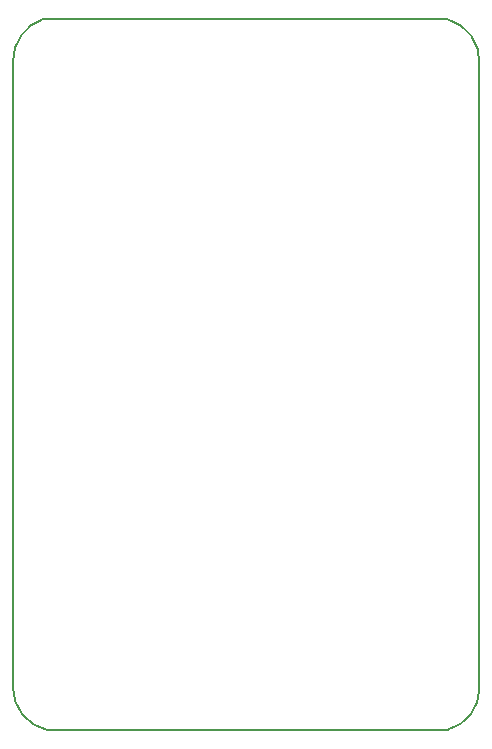
<source format=gbr>
%TF.GenerationSoftware,KiCad,Pcbnew,7.0.7*%
%TF.CreationDate,2023-10-16T17:52:53+02:00*%
%TF.ProjectId,arduino-nano-line-follower,61726475-696e-46f2-9d6e-616e6f2d6c69,0*%
%TF.SameCoordinates,Original*%
%TF.FileFunction,Profile,NP*%
%FSLAX46Y46*%
G04 Gerber Fmt 4.6, Leading zero omitted, Abs format (unit mm)*
G04 Created by KiCad (PCBNEW 7.0.7) date 2023-10-16 17:52:53*
%MOMM*%
%LPD*%
G01*
G04 APERTURE LIST*
%TA.AperFunction,Profile*%
%ADD10C,0.200000*%
%TD*%
G04 APERTURE END LIST*
D10*
X87098334Y-34795004D02*
G75*
G03*
X84500000Y-38400000I1201666J-3604996D01*
G01*
X84500000Y-91400000D02*
G75*
G03*
X87385035Y-95009132I3700000J0D01*
G01*
X121299561Y-94985798D02*
G75*
G03*
X124000000Y-91500000I-899561J3485798D01*
G01*
X87385035Y-95009132D02*
X121299561Y-94985798D01*
X84500000Y-38400000D02*
X84500000Y-91400000D01*
X123999999Y-38600000D02*
G75*
G03*
X121291728Y-34829781I-3699999J200000D01*
G01*
X124000000Y-91500000D02*
X124000000Y-38600000D01*
X121291728Y-34829780D02*
X87098334Y-34795003D01*
M02*

</source>
